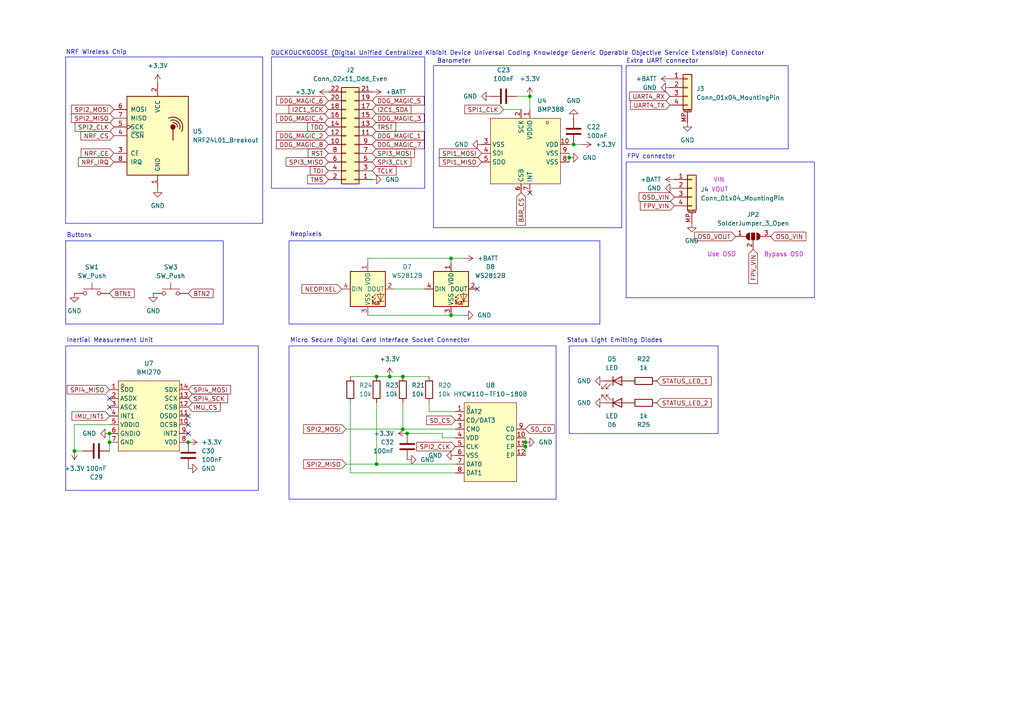
<source format=kicad_sch>
(kicad_sch (version 20250114) (generator "eeschema") (generator_version "9.0")
  (paper "A4")
  (lib_symbols
    (symbol "Connector_Generic:Conn_02x11_Odd_Even" (pin_names (offset 1.016) (hide yes))
      (property "Reference" "J" (at 1.27 15.24 0))
      (property "Value" "Conn_02x11_Odd_Even" (at 1.27 -15.24 0))
      (symbol "Conn_02x11_Odd_Even_1_1"
        (rectangle (start -1.27 13.97) (end 3.81 -13.97) (stroke (width 0.254)) (fill (type background)))
        (rectangle (start -1.27 12.827) (end 0 12.573) (stroke (width 0.1524)))
        (rectangle (start -1.27 10.287) (end 0 10.033) (stroke (width 0.1524)))
        (rectangle (start -1.27 7.747) (end 0 7.493) (stroke (width 0.1524)))
        (rectangle (start -1.27 5.207) (end 0 4.953) (stroke (width 0.1524)))
        (rectangle (start -1.27 2.667) (end 0 2.413) (stroke (width 0.1524)))
        (rectangle (start -1.27 0.127) (end 0 -0.127) (stroke (width 0.1524)))
        (rectangle (start -1.27 -2.413) (end 0 -2.667) (stroke (width 0.1524)))
        (rectangle (start -1.27 -4.953) (end 0 -5.207) (stroke (width 0.1524)))
        (rectangle (start -1.27 -7.493) (end 0 -7.747) (stroke (width 0.1524)))
        (rectangle (start -1.27 -10.033) (end 0 -10.287) (stroke (width 0.1524)))
        (rectangle (start -1.27 -12.573) (end 0 -12.827) (stroke (width 0.1524)))
        (rectangle (start 3.81 12.827) (end 2.54 12.573) (stroke (width 0.1524)))
        (rectangle (start 3.81 10.287) (end 2.54 10.033) (stroke (width 0.1524)))
        (rectangle (start 3.81 7.747) (end 2.54 7.493) (stroke (width 0.1524)))
        (rectangle (start 3.81 5.207) (end 2.54 4.953) (stroke (width 0.1524)))
        (rectangle (start 3.81 2.667) (end 2.54 2.413) (stroke (width 0.1524)))
        (rectangle (start 3.81 0.127) (end 2.54 -0.127) (stroke (width 0.1524)))
        (rectangle (start 3.81 -2.413) (end 2.54 -2.667) (stroke (width 0.1524)))
        (rectangle (start 3.81 -4.953) (end 2.54 -5.207) (stroke (width 0.1524)))
        (rectangle (start 3.81 -7.493) (end 2.54 -7.747) (stroke (width 0.1524)))
        (rectangle (start 3.81 -10.033) (end 2.54 -10.287) (stroke (width 0.1524)))
        (rectangle (start 3.81 -12.573) (end 2.54 -12.827) (stroke (width 0.1524)))
        (pin passive line (at -5.08 12.7 0) (length 3.81) (name "Pin_1") (number "1"))
        (pin passive line (at -5.08 10.16 0) (length 3.81) (name "Pin_3") (number "3"))
        (pin passive line (at -5.08 7.62 0) (length 3.81) (name "Pin_5") (number "5"))
        (pin passive line (at -5.08 5.08 0) (length 3.81) (name "Pin_7") (number "7"))
        (pin passive line (at -5.08 2.54 0) (length 3.81) (name "Pin_9") (number "9"))
        (pin passive line (at -5.08 0 0) (length 3.81) (name "Pin_11") (number "11"))
        (pin passive line (at -5.08 -2.54 0) (length 3.81) (name "Pin_13") (number "13"))
        (pin passive line (at -5.08 -5.08 0) (length 3.81) (name "Pin_15") (number "15"))
        (pin passive line (at -5.08 -7.62 0) (length 3.81) (name "Pin_17") (number "17"))
        (pin passive line (at -5.08 -10.16 0) (length 3.81) (name "Pin_19") (number "19"))
        (pin passive line (at -5.08 -12.7 0) (length 3.81) (name "Pin_21") (number "21"))
        (pin passive line (at 7.62 12.7 180) (length 3.81) (name "Pin_2") (number "2"))
        (pin passive line (at 7.62 10.16 180) (length 3.81) (name "Pin_4") (number "4"))
        (pin passive line (at 7.62 7.62 180) (length 3.81) (name "Pin_6") (number "6"))
        (pin passive line (at 7.62 5.08 180) (length 3.81) (name "Pin_8") (number "8"))
        (pin passive line (at 7.62 2.54 180) (length 3.81) (name "Pin_10") (number "10"))
        (pin passive line (at 7.62 0 180) (length 3.81) (name "Pin_12") (number "12"))
        (pin passive line (at 7.62 -2.54 180) (length 3.81) (name "Pin_14") (number "14"))
        (pin passive line (at 7.62 -5.08 180) (length 3.81) (name "Pin_16") (number "16"))
        (pin passive line (at 7.62 -7.62 180) (length 3.81) (name "Pin_18") (number "18"))
        (pin passive line (at 7.62 -10.16 180) (length 3.81) (name "Pin_20") (number "20"))
        (pin passive line (at 7.62 -12.7 180) (length 3.81) (name "Pin_22") (number "22"))
      )
    )
    (symbol "Connector_Generic_MountingPin:Conn_01x04_MountingPin" (pin_names (offset 1.016) (hide yes))
      (property "Reference" "J" (at 0 5.08 0))
      (property "Value" "Conn_01x04_MountingPin" (at 1.27 -7.62 0))
      (symbol "Conn_01x04_MountingPin_1_1"
        (rectangle (start -1.27 3.81) (end 1.27 -6.35) (stroke (width 0.254)) (fill (type background)))
        (rectangle (start -1.27 2.667) (end 0 2.413) (stroke (width 0.1524)))
        (rectangle (start -1.27 0.127) (end 0 -0.127) (stroke (width 0.1524)))
        (rectangle (start -1.27 -2.413) (end 0 -2.667) (stroke (width 0.1524)))
        (rectangle (start -1.27 -4.953) (end 0 -5.207) (stroke (width 0.1524)))
        (polyline (pts (xy -1.016 -7.112) (xy 1.016 -7.112)) (stroke (width 0.1524)))
        (text "Mounting" (at 0 -6.731 0) (effects (font (size 0.381 0.381))))
        (pin passive line (at -5.08 2.54 0) (length 3.81) (name "Pin_1") (number "1"))
        (pin passive line (at -5.08 0 0) (length 3.81) (name "Pin_2") (number "2"))
        (pin passive line (at -5.08 -2.54 0) (length 3.81) (name "Pin_3") (number "3"))
        (pin passive line (at -5.08 -5.08 0) (length 3.81) (name "Pin_4") (number "4"))
        (pin passive line (at 0 -10.16 90) (length 3.048) (name "MountPin") (number "MP"))
      )
    )
    (symbol "Device:C" (pin_numbers (hide yes)) (pin_names (offset 0.254))
      (property "Reference" "C" (at 0.635 2.54 0))
      (property "Value" "C" (at 0.635 -2.54 0))
      (symbol "C_0_1"
        (polyline (pts (xy -2.032 0.762) (xy 2.032 0.762)) (stroke (width 0.508)))
        (polyline (pts (xy -2.032 -0.762) (xy 2.032 -0.762)) (stroke (width 0.508)))
      )
      (symbol "C_1_1"
        (pin passive line (at 0 3.81 270) (length 2.794) (name "~") (number "1"))
        (pin passive line (at 0 -3.81 90) (length 2.794) (name "~") (number "2"))
      )
    )
    (symbol "Device:LED" (pin_numbers (hide yes)) (pin_names (offset 1.016) (hide yes))
      (property "Reference" "D" (at 0 2.54 0))
      (property "Value" "LED" (at 0 -2.54 0))
      (symbol "LED_0_1"
        (polyline (pts (xy -3.048 -0.762) (xy -4.572 -2.286) (xy -3.81 -2.286) (xy -4.572 -2.286) (xy -4.572 -1.524)))
        (polyline (pts (xy -1.778 -0.762) (xy -3.302 -2.286) (xy -2.54 -2.286) (xy -3.302 -2.286) (xy -3.302 -1.524)))
        (polyline (pts (xy -1.27 0) (xy 1.27 0)))
        (polyline (pts (xy -1.27 -1.27) (xy -1.27 1.27)) (stroke (width 0.254)))
        (polyline (pts (xy 1.27 -1.27) (xy 1.27 1.27) (xy -1.27 0) (xy 1.27 -1.27)) (stroke (width 0.254)))
      )
      (symbol "LED_1_1"
        (pin passive line (at -3.81 0 0) (length 2.54) (name "K") (number "1"))
        (pin passive line (at 3.81 0 180) (length 2.54) (name "A") (number "2"))
      )
    )
    (symbol "Device:R" (pin_numbers (hide yes)) (pin_names (offset 0))
      (property "Reference" "R" (at 2.032 0 90))
      (property "Value" "R" (at 0 0 90))
      (symbol "R_0_1"
        (rectangle (start -1.016 -2.54) (end 1.016 2.54) (stroke (width 0.254)))
      )
      (symbol "R_1_1"
        (pin passive line (at 0 3.81 270) (length 1.27) (name "~") (number "1"))
        (pin passive line (at 0 -3.81 90) (length 1.27) (name "~") (number "2"))
      )
    )
    (symbol "Jumper:SolderJumper_3_Open" (pin_names (offset 0) (hide yes)) (in_bom no)
      (property "Reference" "JP" (at -2.54 -2.54 0))
      (property "Value" "SolderJumper_3_Open" (at 0 2.794 0))
      (symbol "SolderJumper_3_Open_0_1"
        (polyline (pts (xy -2.54 0) (xy -2.032 0)))
        (polyline (pts (xy -1.016 1.016) (xy -1.016 -1.016)))
        (arc (start -1.016 -1.016) (mid -2.0276 0) (end -1.016 1.016))
        (arc (start -1.016 -1.016) (mid -2.0276 0) (end -1.016 1.016) (fill (type outline)))
        (rectangle (start -0.508 1.016) (end 0.508 -1.016) (fill (type outline)))
        (polyline (pts (xy 0 -1.27) (xy 0 -1.016)))
        (arc (start 1.016 1.016) (mid 2.0276 0) (end 1.016 -1.016))
        (arc (start 1.016 1.016) (mid 2.0276 0) (end 1.016 -1.016) (fill (type outline)))
        (polyline (pts (xy 1.016 1.016) (xy 1.016 -1.016)))
        (polyline (pts (xy 2.54 0) (xy 2.032 0)))
      )
      (symbol "SolderJumper_3_Open_1_1"
        (pin passive line (at -5.08 0 0) (length 2.54) (name "A") (number "1"))
        (pin passive line (at 0 -3.81 90) (length 2.54) (name "C") (number "2"))
        (pin passive line (at 5.08 0 180) (length 2.54) (name "B") (number "3"))
      )
    )
    (symbol "LED:WS2812B" (pin_names (offset 0.254))
      (property "Reference" "D" (at 5.08 5.715 0))
      (property "Value" "WS2812B" (at 1.27 -5.715 0))
      (symbol "WS2812B_0_0"
        (text "RGB" (at 2.286 -4.191 0) (effects (font (size 0.762 0.762))))
      )
      (symbol "WS2812B_0_1"
        (polyline (pts (xy 1.27 -2.54) (xy 1.778 -2.54)))
        (polyline (pts (xy 1.27 -3.556) (xy 1.778 -3.556)))
        (polyline (pts (xy 2.286 -1.524) (xy 1.27 -2.54) (xy 1.27 -2.032)))
        (polyline (pts (xy 2.286 -2.54) (xy 1.27 -3.556) (xy 1.27 -3.048)))
        (polyline (pts (xy 3.683 -1.016) (xy 3.683 -3.556) (xy 3.683 -4.064)))
        (polyline (pts (xy 4.699 -1.524) (xy 2.667 -1.524) (xy 3.683 -3.556) (xy 4.699 -1.524)))
        (polyline (pts (xy 4.699 -3.556) (xy 2.667 -3.556)))
        (rectangle (start 5.08 5.08) (end -5.08 -5.08) (stroke (width 0.254)) (fill (type background)))
      )
      (symbol "WS2812B_1_1"
        (pin input line (at -7.62 0 0) (length 2.54) (name "DIN") (number "4"))
        (pin power_in line (at 0 7.62 270) (length 2.54) (name "VDD") (number "1"))
        (pin power_in line (at 0 -7.62 90) (length 2.54) (name "VSS") (number "3"))
        (pin output line (at 7.62 0 180) (length 2.54) (name "DOUT") (number "2"))
      )
    )
    (symbol "RF:NRF24L01_Breakout" (pin_names (offset 1.016))
      (property "Reference" "U" (at -8.89 12.7 0))
      (property "Value" "NRF24L01_Breakout" (at 3.81 12.7 0))
      (symbol "NRF24L01_Breakout_0_1"
        (rectangle (start -8.89 11.43) (end 8.89 -11.43) (stroke (width 0.254)) (fill (type background)))
        (arc (start 3.175 5.08) (mid 6.453 4.548) (end 6.985 1.27) (stroke (width 0.254)))
        (circle (center 4.445 2.54) (radius 0.635) (stroke (width 0.254)) (fill (type outline)))
        (polyline (pts (xy 4.445 1.905) (xy 4.445 -1.27)) (stroke (width 0.254)))
        (arc (start 3.81 4.445) (mid 5.8835 3.9785) (end 6.35 1.905) (stroke (width 0.254)))
        (arc (start 4.445 3.81) (mid 5.3558 3.4508) (end 5.715 2.54) (stroke (width 0.254)))
      )
      (symbol "NRF24L01_Breakout_1_1"
        (pin input line (at -12.7 7.62 0) (length 3.81) (name "MOSI") (number "6"))
        (pin output line (at -12.7 5.08 0) (length 3.81) (name "MISO") (number "7"))
        (pin input clock (at -12.7 2.54 0) (length 3.81) (name "SCK") (number "5"))
        (pin input line (at -12.7 0 0) (length 3.81) (name "~{CSN}") (number "4"))
        (pin input line (at -12.7 -5.08 0) (length 3.81) (name "CE") (number "3"))
        (pin output line (at -12.7 -7.62 0) (length 3.81) (name "IRQ") (number "8"))
        (pin power_in line (at 0 15.24 270) (length 3.81) (name "VCC") (number "2"))
        (pin power_in line (at 0 -15.24 90) (length 3.81) (name "GND") (number "1"))
      )
    )
    (symbol "Switch:SW_Push" (pin_numbers (hide yes)) (pin_names (offset 1.016) (hide yes))
      (property "Reference" "SW" (at 1.27 2.54 0))
      (property "Value" "SW_Push" (at 0 -1.524 0))
      (symbol "SW_Push_0_1"
        (circle (center -2.032 0) (radius 0.508))
        (polyline (pts (xy 0 1.27) (xy 0 3.048)))
        (circle (center 2.032 0) (radius 0.508))
        (polyline (pts (xy 2.54 1.27) (xy -2.54 1.27)))
        (pin passive line (at -5.08 0 0) (length 2.54) (name "1") (number "1"))
        (pin passive line (at 5.08 0 180) (length 2.54) (name "2") (number "2"))
      )
    )
    (symbol "lcsc:BMI270"
      (property "Reference" "U" (at 0 12.7 0))
      (property "Value" "BMI270" (at 0 -12.7 0))
      (symbol "BMI270_0_1"
        (rectangle (start -8.89 10.16) (end 8.89 -10.16) (fill (type background)))
        (circle (center -7.62 8.89) (radius 0.38))
        (pin unspecified line (at -11.43 7.62 0) (length 2.54) (name "SDO") (number "1"))
        (pin unspecified line (at -11.43 5.08 0) (length 2.54) (name "ASDX") (number "2"))
        (pin unspecified line (at -11.43 2.54 0) (length 2.54) (name "ASCX") (number "3"))
        (pin unspecified line (at -11.43 0 0) (length 2.54) (name "INT1") (number "4"))
        (pin unspecified line (at -11.43 -2.54 0) (length 2.54) (name "VDDIO") (number "5"))
        (pin unspecified line (at -11.43 -5.08 0) (length 2.54) (name "GNDIO") (number "6"))
        (pin unspecified line (at -11.43 -7.62 0) (length 2.54) (name "GND") (number "7"))
        (pin unspecified line (at 11.43 7.62 180) (length 2.54) (name "SDX") (number "14"))
        (pin unspecified line (at 11.43 5.08 180) (length 2.54) (name "SCX") (number "13"))
        (pin unspecified line (at 11.43 2.54 180) (length 2.54) (name "CSB") (number "12"))
        (pin unspecified line (at 11.43 0 180) (length 2.54) (name "OSDO") (number "11"))
        (pin unspecified line (at 11.43 -2.54 180) (length 2.54) (name "OCSB") (number "10"))
        (pin unspecified line (at 11.43 -5.08 180) (length 2.54) (name "INT2") (number "9"))
        (pin unspecified line (at 11.43 -7.62 180) (length 2.54) (name "VDD") (number "8"))
      )
    )
    (symbol "lcsc:BMP388"
      (property "Reference" "U" (at 0 16.51 0))
      (property "Value" "BMP388" (at 0 -17.78 0))
      (symbol "BMP388_0_1"
        (rectangle (start -8.89 8.89) (end 11.43 -10.16) (fill (type background)))
        (circle (center 7.62 7.62) (radius 0.38))
        (pin unspecified line (at -11.43 1.27 0) (length 2.54) (name "VSS") (number "3"))
        (pin unspecified line (at -11.43 -1.27 0) (length 2.54) (name "SDI") (number "4"))
        (pin unspecified line (at -11.43 -3.81 0) (length 2.54) (name "SDO") (number "5"))
        (pin unspecified line (at 0 11.43 270) (length 2.54) (name "SCK") (number "2"))
        (pin unspecified line (at 0 -12.7 90) (length 2.54) (name "CSB") (number "6"))
        (pin unspecified line (at 2.54 11.43 270) (length 2.54) (name "VDDIO") (number "1"))
        (pin unspecified line (at 2.54 -12.7 90) (length 2.54) (name "INT") (number "7"))
        (pin unspecified line (at 13.97 1.27 180) (length 2.54) (name "VDD") (number "10"))
        (pin unspecified line (at 13.97 -1.27 180) (length 2.54) (name "VSS") (number "9"))
        (pin unspecified line (at 13.97 -3.81 180) (length 2.54) (name "VSS") (number "8"))
      )
    )
    (symbol "lcsc:HYCW110-TF10-180B"
      (property "Reference" "U" (at 0 13.97 0))
      (property "Value" "HYCW110-TF10-180B" (at 0 -13.97 0))
      (symbol "HYCW110-TF10-180B_0_1"
        (rectangle (start -7.62 11.43) (end 7.62 -11.43) (fill (type background)))
        (circle (center -6.35 10.16) (radius 0.38))
        (pin unspecified line (at -10.16 8.89 0) (length 2.54) (name "DAT2") (number "1"))
        (pin unspecified line (at -10.16 6.35 0) (length 2.54) (name "CD/DAT3") (number "2"))
        (pin unspecified line (at -10.16 3.81 0) (length 2.54) (name "CMD") (number "3"))
        (pin unspecified line (at -10.16 1.27 0) (length 2.54) (name "VDD") (number "4"))
        (pin unspecified line (at -10.16 -1.27 0) (length 2.54) (name "CLK") (number "5"))
        (pin unspecified line (at -10.16 -3.81 0) (length 2.54) (name "VSS") (number "6"))
        (pin unspecified line (at -10.16 -6.35 0) (length 2.54) (name "DAT0") (number "7"))
        (pin unspecified line (at -10.16 -8.89 0) (length 2.54) (name "DAT1") (number "8"))
        (pin unspecified line (at 10.16 3.81 180) (length 2.54) (name "CD") (number "9"))
        (pin unspecified line (at 10.16 1.27 180) (length 2.54) (name "CD") (number "10"))
        (pin unspecified line (at 10.16 -1.27 180) (length 2.54) (name "EP") (number "11"))
        (pin unspecified line (at 10.16 -3.81 180) (length 2.54) (name "EP") (number "12"))
      )
    )
    (symbol "power:+3.3V" (power) (pin_numbers (hide yes)) (pin_names (offset 0) (hide yes))
      (property "Value" "+3.3V" (at 0 3.556 0))
      (symbol "+3.3V_0_1"
        (polyline (pts (xy -0.762 1.27) (xy 0 2.54)))
        (polyline (pts (xy 0 2.54) (xy 0.762 1.27)))
        (polyline (pts (xy 0 0) (xy 0 2.54)))
      )
      (symbol "+3.3V_1_1"
        (pin power_in line (at 0 0 90) (length 0) (name "~") (number "1"))
      )
    )
    (symbol "power:+BATT" (power) (pin_numbers (hide yes)) (pin_names (offset 0) (hide yes))
      (property "Value" "+BATT" (at 0 3.556 0))
      (symbol "+BATT_0_1"
        (polyline (pts (xy -0.762 1.27) (xy 0 2.54)))
        (polyline (pts (xy 0 2.54) (xy 0.762 1.27)))
        (polyline (pts (xy 0 0) (xy 0 2.54)))
      )
      (symbol "+BATT_1_1"
        (pin power_in line (at 0 0 90) (length 0) (name "~") (number "1"))
      )
    )
    (symbol "power:GND" (power) (pin_numbers (hide yes)) (pin_names (offset 0) (hide yes))
      (property "Value" "GND" (at 0 -3.81 0))
      (symbol "GND_0_1"
        (polyline (pts (xy 0 0) (xy 0 -1.27) (xy 1.27 -1.27) (xy 0 -2.54) (xy -1.27 -1.27) (xy 0 -1.27)))
      )
      (symbol "GND_1_1"
        (pin power_in line (at 0 0 270) (length 0) (name "~") (number "1"))
      )
    )
  )
  (rectangle (start 83.82 100.33) (end 161.29 144.78))
  (rectangle (start 181.61 19.05) (end 228.6 43.18))
  (rectangle (start 83.82 69.85) (end 173.99 93.98))
  (rectangle (start 165.1 100.33) (end 208.28 125.73))
  (rectangle (start 125.73 19.05) (end 180.34 66.04))
  (rectangle (start 19.05 100.33) (end 74.93 142.24))
  (rectangle (start 19.05 69.85) (end 64.77 93.98))
  (rectangle (start 19.05 16.51) (end 76.2 64.77))
  (rectangle (start 181.61 46.99) (end 236.22 86.36))
  (rectangle (start 78.74 16.51) (end 123.19 54.61))
  (text "Buttons" (at 19.304 68.326 0) (effects (font (size 1.27 1.27)) (justify left)))
  (text "FPV connector" (at 181.864 45.466 0) (effects (font (size 1.27 1.27)) (justify left)))
  (text "Neopixels" (at 84.074 68.072 0) (effects (font (size 1.27 1.27)) (justify left)))
  (text "Extra UART connector" (at 181.61 17.78 0) (effects (font (size 1.27 1.27)) (justify left)))
  (text "DUCKDUCKGOOSE (Digital Unified Centralized Kibibit Device Universal Coding Knowledge Generic Operable Objective Service Extensible) Connector" (at 150.114 15.494 0) (effects (font (size 1.27 1.27))))
  (text "Barometer" (at 126.746 17.78 0) (effects (font (size 1.27 1.27)) (justify left)))
  (text "Use OSD" (at 209.296 73.914 0) (effects (font (size 1.27 1.27))))
  (text "NRF Wireless Chip" (at 27.94 15.24 0) (effects (font (size 1.27 1.27))))
  (text "Status Light Emitting Diodes" (at 178.308 98.806 0) (effects (font (size 1.27 1.27))))
  (text "VOUT" (at 208.788 55.118 0) (effects (font (size 1.27 1.27))))
  (text "Bypass OSD" (at 227.33 73.914 0) (effects (font (size 1.27 1.27))))
  (text "Micro Secure Digital Card Interface Socket Connector" (at 110.236 98.806 0) (effects (font (size 1.27 1.27))))
  (text "Inertial Measurement Unit" (at 19.304 98.806 0) (effects (font (size 1.27 1.27)) (justify left)))
  (text "VIN" (at 208.534 52.324 0) (effects (font (size 1.27 1.27))))
  (junction (at 116.84 109.22))
  (junction (at 130.81 91.44))
  (junction (at 21.59 130.81))
  (junction (at 152.4 128.27))
  (junction (at 130.81 74.93))
  (junction (at 152.4 129.54))
  (junction (at 166.37 41.91))
  (junction (at 165.1 45.72))
  (junction (at 116.84 124.46))
  (junction (at 31.75 125.73))
  (junction (at 31.75 128.27))
  (junction (at 153.67 27.94))
  (junction (at 118.11 125.73))
  (junction (at 109.22 134.62))
  (junction (at 54.61 128.27))
  (junction (at 113.03 109.22))
  (junction (at 109.22 109.22))
  (no_connect (at 54.61 123.19))
  (no_connect (at 54.61 120.65))
  (no_connect (at 31.75 115.57))
  (no_connect (at 31.75 118.11))
  (no_connect (at 54.61 125.73))
  (no_connect (at 138.43 83.82))
  (no_connect (at 153.67 55.88))
  (wire (pts (xy 165.1 45.72) (xy 165.1 46.99)))
  (wire (pts (xy 146.05 31.75) (xy 151.13 31.75)))
  (wire (pts (xy 153.67 27.94) (xy 153.67 31.75)))
  (wire (pts (xy 152.4 129.54) (xy 152.4 132.08)))
  (wire (pts (xy 130.81 74.93) (xy 106.68 74.93)))
  (wire (pts (xy 166.37 41.91) (xy 168.91 41.91)))
  (wire (pts (xy 124.46 119.38) (xy 132.08 119.38)))
  (wire (pts (xy 152.4 127) (xy 152.4 128.27)))
  (wire (pts (xy 101.6 109.22) (xy 109.22 109.22)))
  (wire (pts (xy 118.11 125.73) (xy 128.27 125.73)))
  (wire (pts (xy 128.27 125.73) (xy 128.27 127)))
  (wire (pts (xy 109.22 109.22) (xy 113.03 109.22)))
  (wire (pts (xy 134.62 74.93) (xy 130.81 74.93)))
  (wire (pts (xy 101.6 137.16) (xy 101.6 116.84)))
  (wire (pts (xy 130.81 74.93) (xy 130.81 76.2)))
  (wire (pts (xy 113.03 109.22) (xy 116.84 109.22)))
  (wire (pts (xy 31.75 130.81) (xy 31.75 128.27)))
  (wire (pts (xy 100.33 124.46) (xy 116.84 124.46)))
  (wire (pts (xy 101.6 137.16) (xy 132.08 137.16)))
  (wire (pts (xy 21.59 130.81) (xy 24.13 130.81)))
  (wire (pts (xy 109.22 134.62) (xy 132.08 134.62)))
  (wire (pts (xy 165.1 41.91) (xy 166.37 41.91)))
  (wire (pts (xy 106.68 74.93) (xy 106.68 76.2)))
  (wire (pts (xy 21.59 123.19) (xy 21.59 130.81)))
  (wire (pts (xy 106.68 91.44) (xy 130.81 91.44)))
  (wire (pts (xy 114.3 83.82) (xy 123.19 83.82)))
  (wire (pts (xy 21.59 123.19) (xy 31.75 123.19)))
  (wire (pts (xy 128.27 127) (xy 132.08 127)))
  (wire (pts (xy 109.22 134.62) (xy 109.22 116.84)))
  (wire (pts (xy 116.84 109.22) (xy 124.46 109.22)))
  (wire (pts (xy 116.84 116.84) (xy 116.84 124.46)))
  (wire (pts (xy 31.75 128.27) (xy 31.75 125.73)))
  (wire (pts (xy 152.4 128.27) (xy 152.4 129.54)))
  (wire (pts (xy 116.84 124.46) (xy 132.08 124.46)))
  (wire (pts (xy 165.1 44.45) (xy 165.1 45.72)))
  (wire (pts (xy 130.81 91.44) (xy 134.62 91.44)))
  (wire (pts (xy 100.33 134.62) (xy 109.22 134.62)))
  (wire (pts (xy 124.46 116.84) (xy 124.46 119.38)))
  (wire (pts (xy 149.86 27.94) (xy 153.67 27.94)))
  (global_label "DDG_MAGIC_5" (shape input) (at 107.95 29.21 0) (property "Intersheetrefs" "${INTERSHEET_REFS}" (effects (hide yes))))
  (global_label "I2C1_SCK" (shape input) (at 95.25 31.75 180) (property "Intersheetrefs" "${INTERSHEET_REFS}" (effects (hide yes))))
  (global_label "TDO" (shape input) (at 95.25 36.83 180) (property "Intersheetrefs" "${INTERSHEET_REFS}" (effects (hide yes))))
  (global_label "SPI3_MOSI" (shape input) (at 107.95 44.45 0) (property "Intersheetrefs" "${INTERSHEET_REFS}" (effects (hide yes))))
  (global_label "SPI3_MISO" (shape input) (at 95.25 46.99 180) (property "Intersheetrefs" "${INTERSHEET_REFS}" (effects (hide yes))))
  (global_label "SPI2_MISO" (shape input) (at 100.33 134.62 180) (property "Intersheetrefs" "${INTERSHEET_REFS}" (effects (hide yes))))
  (global_label "UART4_RX" (shape input) (at 194.31 27.94 180) (property "Intersheetrefs" "${INTERSHEET_REFS}" (effects (hide yes))))
  (global_label "SPI1_CLK" (shape input) (at 146.05 31.75 180) (property "Intersheetrefs" "${INTERSHEET_REFS}" (effects (hide yes))))
  (global_label "I2C1_SDA" (shape input) (at 107.95 31.75 0) (property "Intersheetrefs" "${INTERSHEET_REFS}" (effects (hide yes))))
  (global_label "NRF_CE" (shape input) (at 33.02 44.45 180) (property "Intersheetrefs" "${INTERSHEET_REFS}" (effects (hide yes))))
  (global_label "SPI2_MOSI" (shape input) (at 33.02 31.75 180) (property "Intersheetrefs" "${INTERSHEET_REFS}" (effects (hide yes))))
  (global_label "SPI4_MOSI" (shape input) (at 54.61 113.03 0) (property "Intersheetrefs" "${INTERSHEET_REFS}" (effects (hide yes))))
  (global_label "SD_CS" (shape input) (at 132.08 121.92 180) (property "Intersheetrefs" "${INTERSHEET_REFS}" (effects (hide yes))))
  (global_label "TDI" (shape input) (at 95.25 49.53 180) (property "Intersheetrefs" "${INTERSHEET_REFS}" (effects (hide yes))))
  (global_label "OSD_VIN" (shape input) (at 195.58 57.15 180) (property "Intersheetrefs" "${INTERSHEET_REFS}" (effects (hide yes))))
  (global_label "SPI1_MISO" (shape input) (at 139.7 46.99 180) (property "Intersheetrefs" "${INTERSHEET_REFS}" (effects (hide yes))))
  (global_label "IMU_INT1" (shape input) (at 31.75 120.65 180) (property "Intersheetrefs" "${INTERSHEET_REFS}" (effects (hide yes))))
  (global_label "DDG_MAGIC_2" (shape input) (at 95.25 39.37 180) (property "Intersheetrefs" "${INTERSHEET_REFS}" (effects (hide yes))))
  (global_label "TCLK" (shape input) (at 107.95 49.53 0) (property "Intersheetrefs" "${INTERSHEET_REFS}" (effects (hide yes))))
  (global_label "STATUS_LED_1" (shape input) (at 190.5 110.49 0) (property "Intersheetrefs" "${INTERSHEET_REFS}" (effects (hide yes))))
  (global_label "BAR_CS" (shape input) (at 151.13 55.88 270) (property "Intersheetrefs" "${INTERSHEET_REFS}" (effects (hide yes))))
  (global_label "RST" (shape input) (at 95.25 44.45 180) (property "Intersheetrefs" "${INTERSHEET_REFS}" (effects (hide yes))))
  (global_label "NEOPIXEL" (shape input) (at 99.06 83.82 180) (property "Intersheetrefs" "${INTERSHEET_REFS}" (effects (hide yes))))
  (global_label "NRF_IRQ" (shape input) (at 33.02 46.99 180) (property "Intersheetrefs" "${INTERSHEET_REFS}" (effects (hide yes))))
  (global_label "SD_CD" (shape input) (at 152.4 124.46 0) (property "Intersheetrefs" "${INTERSHEET_REFS}" (effects (hide yes))))
  (global_label "BTN2" (shape input) (at 54.61 85.09 0) (property "Intersheetrefs" "${INTERSHEET_REFS}" (effects (hide yes))))
  (global_label "SPI4_SCK" (shape input) (at 54.61 115.57 0) (property "Intersheetrefs" "${INTERSHEET_REFS}" (effects (hide yes))))
  (global_label "DDG_MAGIC_3" (shape input) (at 107.95 34.29 0) (property "Intersheetrefs" "${INTERSHEET_REFS}" (effects (hide yes))))
  (global_label "BTN1" (shape input) (at 31.75 85.09 0) (property "Intersheetrefs" "${INTERSHEET_REFS}" (effects (hide yes))))
  (global_label "SPI2_CLK" (shape input) (at 132.08 129.54 180) (property "Intersheetrefs" "${INTERSHEET_REFS}" (effects (hide yes))))
  (global_label "TRST" (shape input) (at 107.95 36.83 0) (property "Intersheetrefs" "${INTERSHEET_REFS}" (effects (hide yes))))
  (global_label "DDG_MAGIC_6" (shape input) (at 95.25 29.21 180) (property "Intersheetrefs" "${INTERSHEET_REFS}" (effects (hide yes))))
  (global_label "STATUS_LED_2" (shape input) (at 190.5 116.84 0) (property "Intersheetrefs" "${INTERSHEET_REFS}" (effects (hide yes))))
  (global_label "DDG_MAGIC_4" (shape input) (at 95.25 34.29 180) (property "Intersheetrefs" "${INTERSHEET_REFS}" (effects (hide yes))))
  (global_label "DDG_MAGIC_1" (shape input) (at 107.95 39.37 0) (property "Intersheetrefs" "${INTERSHEET_REFS}" (effects (hide yes))))
  (global_label "SPI2_CLK" (shape input) (at 33.02 36.83 180) (property "Intersheetrefs" "${INTERSHEET_REFS}" (effects (hide yes))))
  (global_label "SPI2_MISO" (shape input) (at 33.02 34.29 180) (property "Intersheetrefs" "${INTERSHEET_REFS}" (effects (hide yes))))
  (global_label "SPI4_MISO" (shape input) (at 31.75 113.03 180) (property "Intersheetrefs" "${INTERSHEET_REFS}" (effects (hide yes))))
  (global_label "SPI2_MOSI" (shape input) (at 100.33 124.46 180) (property "Intersheetrefs" "${INTERSHEET_REFS}" (effects (hide yes))))
  (global_label "IMU_CS" (shape input) (at 54.61 118.11 0) (property "Intersheetrefs" "${INTERSHEET_REFS}" (effects (hide yes))))
  (global_label "UART4_TX" (shape input) (at 194.31 30.48 180) (property "Intersheetrefs" "${INTERSHEET_REFS}" (effects (hide yes))))
  (global_label "OSD_VIN" (shape input) (at 223.52 68.58 0) (property "Intersheetrefs" "${INTERSHEET_REFS}" (effects (hide yes))))
  (global_label "FPV_VIN" (shape input) (at 218.44 72.39 270) (property "Intersheetrefs" "${INTERSHEET_REFS}" (effects (hide yes))))
  (global_label "NRF_CS" (shape input) (at 33.02 39.37 180) (property "Intersheetrefs" "${INTERSHEET_REFS}" (effects (hide yes))))
  (global_label "SPI1_MOSI" (shape input) (at 139.7 44.45 180) (property "Intersheetrefs" "${INTERSHEET_REFS}" (effects (hide yes))))
  (global_label "OSD_VOUT" (shape input) (at 213.36 68.58 180) (property "Intersheetrefs" "${INTERSHEET_REFS}" (effects (hide yes))))
  (global_label "DDG_MAGIC_7" (shape input) (at 107.95 41.91 0) (property "Intersheetrefs" "${INTERSHEET_REFS}" (effects (hide yes))))
  (global_label "FPV_VIN" (shape input) (at 195.58 59.69 180) (property "Intersheetrefs" "${INTERSHEET_REFS}" (effects (hide yes))))
  (global_label "DDG_MAGIC_8" (shape input) (at 95.25 41.91 180) (property "Intersheetrefs" "${INTERSHEET_REFS}" (effects (hide yes))))
  (global_label "SPI3_CLK" (shape input) (at 107.95 46.99 0) (property "Intersheetrefs" "${INTERSHEET_REFS}" (effects (hide yes))))
  (global_label "TMS" (shape input) (at 95.25 52.07 180) (property "Intersheetrefs" "${INTERSHEET_REFS}" (effects (hide yes))))
  (symbol (lib_id "lcsc:HYCW110-TF10-180B") (at 142.24 128.27 0) (unit 1)
    (property "Reference" "U8" (at 142.24 111.76 0))
    (property "Value" "HYCW110-TF10-180B" (at 142.24 114.3 0))
    (property "Footprint" "lcsc:SIM-SMD_HYCW110-TF10-180B" (effects (hide yes)))
    (property "LCSC Part" "C2962030" (effects (hide yes)))
  )
  (symbol (lib_id "Device:R") (at 186.69 116.84 90) (mirror x) (unit 1)
    (property "Reference" "R25" (at 186.69 123.19 90))
    (property "Value" "1k" (at 186.69 120.65 90))
    (property "Footprint" "Resistor_SMD:R_0805_2012Metric" (effects (hide yes)))
    (property "Description" "Resistor" (effects (hide yes)))
  )
  (symbol (lib_id "lcsc:BMI270") (at 43.18 120.65 0) (unit 1)
    (property "Reference" "U7" (at 43.18 105.41 0))
    (property "Value" "BMI270" (at 43.18 107.95 0))
    (property "Footprint" "Package_LGA:Bosch_LGA-14_3x2.5mm_P0.5mm" (effects (hide yes)))
    (property "LCSC Part" "C2836813" (effects (hide yes)))
  )
  (symbol (lib_id "Connector_Generic:Conn_02x11_Odd_Even") (at 102.87 39.37 180) (unit 1)
    (property "Reference" "J2" (at 101.6 20.32 0))
    (property "Value" "Conn_02x11_Odd_Even" (at 101.6 22.86 0))
    (property "Footprint" "Connector_PinHeader_2.54mm:PinHeader_2x11_P2.54mm_Vertical" (effects (hide yes)))
    (property "Description" "Generic connector, double row, 02x11, odd/even pin numbering scheme (row 1 odd numbers, row 2 even numbers), script generated (kicad-library-utils/schlib/autogen/connector/)" (effects (hide yes)))
  )
  (symbol (lib_id "Device:R") (at 101.6 113.03 0) (unit 1)
    (property "Reference" "R24" (at 104.14 111.7599 0) (effects (justify left)))
    (property "Value" "10k" (at 104.14 114.2999 0) (effects (justify left)))
    (property "Footprint" "Resistor_SMD:R_0805_2012Metric_Pad1.20x1.40mm_HandSolder" (effects (hide yes)))
    (property "Description" "Resistor" (effects (hide yes)))
  )
  (symbol (lib_id "Device:R") (at 124.46 113.03 0) (unit 1)
    (property "Reference" "R20" (at 127 111.7599 0) (effects (justify left)))
    (property "Value" "10k" (at 127 114.2999 0) (effects (justify left)))
    (property "Footprint" "Resistor_SMD:R_0805_2012Metric_Pad1.20x1.40mm_HandSolder" (effects (hide yes)))
    (property "Description" "Resistor" (effects (hide yes)))
  )
  (symbol (lib_id "LED:WS2812B") (at 130.81 83.82 0) (unit 1)
    (property "Reference" "D8" (at 142.24 77.3998 0))
    (property "Value" "WS2812B" (at 142.24 79.9398 0))
    (property "Footprint" "LED_SMD:LED_WS2812B_PLCC4_5.0x5.0mm_P3.2mm" (effects (hide yes)))
    (property "Datasheet" "https://cdn-shop.adafruit.com/datasheets/WS2812B.pdf" (effects (hide yes)))
    (property "Description" "RGB LED with integrated controller" (effects (hide yes)))
  )
  (symbol (lib_id "power:+3.3V") (at 113.03 109.22 0) (unit 1)
    (property "Reference" "#PWR073" (effects (hide yes)))
    (property "Value" "+3.3V" (at 113.03 104.14 0))
    (property "Description" "Power symbol creates a global label with name \"+3.3V\"" (effects (hide yes)))
  )
  (symbol (lib_id "power:GND") (at 21.59 85.09 0) (unit 1)
    (property "Reference" "#PWR042" (effects (hide yes)))
    (property "Value" "GND" (at 21.59 90.17 0))
    (property "Description" "Power symbol creates a global label with name \"GND\" , ground" (effects (hide yes)))
  )
  (symbol (lib_id "Switch:SW_Push") (at 26.67 85.09 0) (unit 1)
    (property "Reference" "SW1" (at 26.67 77.47 0))
    (property "Value" "SW_Push" (at 26.67 80.01 0))
    (property "Footprint" "lcsc:SW-SMD_L4.0-W2.9-LS5.0" (effects (hide yes)))
    (property "Description" "Push button switch, generic, two pins" (effects (hide yes)))
  )
  (symbol (lib_id "power:GND") (at 175.26 110.49 270) (unit 1)
    (property "Reference" "#PWR082" (effects (hide yes)))
    (property "Value" "GND" (at 171.45 110.4899 90) (effects (justify right)))
    (property "Description" "Power symbol creates a global label with name \"GND\" , ground" (effects (hide yes)))
  )
  (symbol (lib_id "power:GND") (at 175.26 116.84 270) (mirror x) (unit 1)
    (property "Reference" "#PWR083" (effects (hide yes)))
    (property "Value" "GND" (at 171.45 116.8401 90) (effects (justify right)))
    (property "Description" "Power symbol creates a global label with name \"GND\" , ground" (effects (hide yes)))
  )
  (symbol (lib_id "Connector_Generic_MountingPin:Conn_01x04_MountingPin") (at 200.66 54.61 0) (unit 1)
    (property "Reference" "J4" (at 203.2 54.9655 0) (effects (justify left)))
    (property "Value" "Conn_01x04_MountingPin" (at 203.2 57.5055 0) (effects (justify left)))
    (property "Footprint" "Connector_JST:JST_SH_BM04B-SRSS-TB_1x04-1MP_P1.00mm_Vertical" (effects (hide yes)))
    (property "Description" "Generic connectable mounting pin connector, single row, 01x04, script generated (kicad-library-utils/schlib/autogen/connector/)" (effects (hide yes)))
  )
  (symbol (lib_id "power:GND") (at 166.37 34.29 180) (unit 1)
    (property "Reference" "#PWR046" (effects (hide yes)))
    (property "Value" "GND" (at 166.37 29.21 0))
    (property "Description" "Power symbol creates a global label with name \"GND\" , ground" (effects (hide yes)))
  )
  (symbol (lib_id "power:GND") (at 54.61 135.89 90) (unit 1)
    (property "Reference" "#PWR071" (effects (hide yes)))
    (property "Value" "GND" (at 58.42 135.8899 90) (effects (justify right)))
    (property "Description" "Power symbol creates a global label with name \"GND\" , ground" (effects (hide yes)))
  )
  (symbol (lib_id "power:GND") (at 142.24 27.94 270) (unit 1)
    (property "Reference" "#PWR049" (effects (hide yes)))
    (property "Value" "GND" (at 138.43 27.9399 90) (effects (justify right)))
    (property "Description" "Power symbol creates a global label with name \"GND\" , ground" (effects (hide yes)))
  )
  (symbol (lib_id "Device:C") (at 54.61 132.08 0) (unit 1)
    (property "Reference" "C30" (at 58.42 130.8099 0) (effects (justify left)))
    (property "Value" "100nF" (at 58.42 133.3499 0) (effects (justify left)))
    (property "Footprint" "Capacitor_SMD:C_0805_2012Metric_Pad1.18x1.45mm_HandSolder" (effects (hide yes)))
    (property "Description" "Unpolarized capacitor" (effects (hide yes)))
  )
  (symbol (lib_id "Device:LED") (at 179.07 116.84 0) (mirror x) (unit 1)
    (property "Reference" "D6" (at 177.4825 123.19 0))
    (property "Value" "LED" (at 177.4825 120.65 0))
    (property "Footprint" "LED_SMD:LED_0805_2012Metric" (effects (hide yes)))
    (property "Description" "Light emitting diode" (effects (hide yes)))
    (property "Sim.Pins" "1=K 2=A" (effects (hide yes)))
  )
  (symbol (lib_id "power:+3.3V") (at 153.67 27.94 0) (mirror y) (unit 1)
    (property "Reference" "#PWR048" (effects (hide yes)))
    (property "Value" "+3.3V" (at 153.67 22.86 0))
    (property "Description" "Power symbol creates a global label with name \"+3.3V\"" (effects (hide yes)))
  )
  (symbol (lib_id "power:+3.3V") (at 95.25 26.67 90) (unit 1)
    (property "Reference" "#PWR061" (effects (hide yes)))
    (property "Value" "+3.3V" (at 91.44 26.6699 90) (effects (justify left)))
    (property "Description" "Power symbol creates a global label with name \"+3.3V\"" (effects (hide yes)))
  )
  (symbol (lib_id "Device:C") (at 27.94 130.81 90) (mirror x) (unit 1)
    (property "Reference" "C29" (at 27.94 138.43 90))
    (property "Value" "100nF" (at 27.94 135.89 90))
    (property "Footprint" "Capacitor_SMD:C_0805_2012Metric_Pad1.18x1.45mm_HandSolder" (effects (hide yes)))
    (property "Description" "Unpolarized capacitor" (effects (hide yes)))
  )
  (symbol (lib_id "Device:C") (at 166.37 38.1 0) (unit 1)
    (property "Reference" "C22" (at 170.18 36.8299 0) (effects (justify left)))
    (property "Value" "100nF" (at 170.18 39.3699 0) (effects (justify left)))
    (property "Footprint" "Capacitor_SMD:C_0805_2012Metric_Pad1.18x1.45mm_HandSolder" (effects (hide yes)))
    (property "Description" "Unpolarized capacitor" (effects (hide yes)))
  )
  (symbol (lib_id "power:+3.3V") (at 168.91 41.91 270) (unit 1)
    (property "Reference" "#PWR045" (effects (hide yes)))
    (property "Value" "+3.3V" (at 172.72 41.9099 90) (effects (justify left)))
    (property "Description" "Power symbol creates a global label with name \"+3.3V\"" (effects (hide yes)))
  )
  (symbol (lib_id "power:+BATT") (at 195.58 52.07 90) (mirror x) (unit 1)
    (property "Reference" "#PWR056" (effects (hide yes)))
    (property "Value" "+BATT" (at 191.77 52.0701 90) (effects (justify left)))
    (property "Description" "Power symbol creates a global label with name \"+BATT\"" (effects (hide yes)))
  )
  (symbol (lib_id "power:GND") (at 195.58 54.61 270) (mirror x) (unit 1)
    (property "Reference" "#PWR057" (effects (hide yes)))
    (property "Value" "GND" (at 191.77 54.6101 90) (effects (justify right)))
    (property "Description" "Power symbol creates a global label with name \"GND\" , ground" (effects (hide yes)))
  )
  (symbol (lib_id "power:GND") (at 107.95 52.07 90) (unit 1)
    (property "Reference" "#PWR064" (effects (hide yes)))
    (property "Value" "GND" (at 111.76 52.0699 90) (effects (justify right)))
    (property "Description" "Power symbol creates a global label with name \"GND\" , ground" (effects (hide yes)))
  )
  (symbol (lib_id "power:+BATT") (at 134.62 74.93 270) (unit 1)
    (property "Reference" "#PWR044" (effects (hide yes)))
    (property "Value" "+BATT" (at 138.43 74.9299 90) (effects (justify left)))
    (property "Description" "Power symbol creates a global label with name \"+BATT\"" (effects (hide yes)))
  )
  (symbol (lib_id "Connector_Generic_MountingPin:Conn_01x04_MountingPin") (at 199.39 25.4 0) (unit 1)
    (property "Reference" "J3" (at 201.93 25.7555 0) (effects (justify left)))
    (property "Value" "Conn_01x04_MountingPin" (at 201.93 28.2955 0) (effects (justify left)))
    (property "Footprint" "Connector_JST:JST_SH_BM04B-SRSS-TB_1x04-1MP_P1.00mm_Vertical" (effects (hide yes)))
    (property "Description" "Generic connectable mounting pin connector, single row, 01x04, script generated (kicad-library-utils/schlib/autogen/connector/)" (effects (hide yes)))
  )
  (symbol (lib_id "RF:NRF24L01_Breakout") (at 45.72 39.37 0) (unit 1)
    (property "Reference" "U5" (at 55.88 38.0999 0) (effects (justify left)))
    (property "Value" "NRF24L01_Breakout" (at 55.88 40.6399 0) (effects (justify left)))
    (property "Footprint" "lcsc:nRF24L01_SMD_Breakout" (effects (hide yes)))
    (property "Datasheet" "http://www.nordicsemi.com/eng/content/download/2730/34105/file/nRF24L01_Product_Specification_v2_0.pdf" (effects (hide yes)))
    (property "Description" "Ultra low power 2.4GHz RF Transceiver, Carrier PCB" (effects (hide yes)))
  )
  (symbol (lib_id "lcsc:BMP388") (at 151.13 43.18 0) (unit 1)
    (property "Reference" "U4" (at 155.8133 29.21 0) (effects (justify left)))
    (property "Value" "BMP388" (at 155.8133 31.75 0) (effects (justify left)))
    (property "Footprint" "Package_LGA:ST_HLGA-10_2x2mm_P0.5mm_LayoutBorder3x2y" (effects (hide yes)))
    (property "LCSC Part" "C779278" (effects (hide yes)))
  )
  (symbol (lib_id "power:+3.3V") (at 45.72 24.13 0) (unit 1)
    (property "Reference" "#PWR039" (effects (hide yes)))
    (property "Value" "+3.3V" (at 45.72 19.05 0))
    (property "Description" "Power symbol creates a global label with name \"+3.3V\"" (effects (hide yes)))
  )
  (symbol (lib_id "power:GND") (at 45.72 54.61 0) (unit 1)
    (property "Reference" "#PWR052" (effects (hide yes)))
    (property "Value" "GND" (at 45.72 59.69 0))
    (property "Description" "Power symbol creates a global label with name \"GND\" , ground" (effects (hide yes)))
  )
  (symbol (lib_id "power:GND") (at 194.31 25.4 270) (unit 1)
    (property "Reference" "#PWR054" (effects (hide yes)))
    (property "Value" "GND" (at 190.5 25.3999 90) (effects (justify right)))
    (property "Description" "Power symbol creates a global label with name \"GND\" , ground" (effects (hide yes)))
  )
  (symbol (lib_id "Jumper:SolderJumper_3_Open") (at 218.44 68.58 0) (unit 1) (in_bom no)
    (property "Reference" "JP2" (at 218.44 62.23 0))
    (property "Value" "SolderJumper_3_Open" (at 218.44 64.77 0))
    (property "Footprint" "Jumper:SolderJumper-3_P1.3mm_Open_RoundedPad1.0x1.5mm" (effects (hide yes)))
    (property "Description" "Solder Jumper, 3-pole, open" (effects (hide yes)))
  )
  (symbol (lib_id "Device:C") (at 146.05 27.94 90) (mirror x) (unit 1)
    (property "Reference" "C23" (at 146.05 20.32 90))
    (property "Value" "100nF" (at 146.05 22.86 90))
    (property "Footprint" "Capacitor_SMD:C_0805_2012Metric_Pad1.18x1.45mm_HandSolder" (effects (hide yes)))
    (property "Description" "Unpolarized capacitor" (effects (hide yes)))
  )
  (symbol (lib_id "Switch:SW_Push") (at 49.53 85.09 0) (unit 1)
    (property "Reference" "SW3" (at 49.53 77.47 0))
    (property "Value" "SW_Push" (at 49.53 80.01 0))
    (property "Footprint" "lcsc:SW-SMD_L4.0-W2.9-LS5.0" (effects (hide yes)))
    (property "Description" "Push button switch, generic, two pins" (effects (hide yes)))
  )
  (symbol (lib_id "LED:WS2812B") (at 106.68 83.82 0) (unit 1)
    (property "Reference" "D7" (at 118.11 77.3998 0))
    (property "Value" "WS2812B" (at 118.11 79.9398 0))
    (property "Footprint" "LED_SMD:LED_WS2812B_PLCC4_5.0x5.0mm_P3.2mm" (effects (hide yes)))
    (property "Datasheet" "https://cdn-shop.adafruit.com/datasheets/WS2812B.pdf" (effects (hide yes)))
    (property "Description" "RGB LED with integrated controller" (effects (hide yes)))
  )
  (symbol (lib_id "power:GND") (at 199.39 35.56 0) (unit 1)
    (property "Reference" "#PWR055" (effects (hide yes)))
    (property "Value" "GND" (at 199.39 40.64 0))
    (property "Description" "Power symbol creates a global label with name \"GND\" , ground" (effects (hide yes)))
  )
  (symbol (lib_id "Device:R") (at 116.84 113.03 0) (unit 1)
    (property "Reference" "R21" (at 119.38 111.7599 0) (effects (justify left)))
    (property "Value" "10k" (at 119.38 114.2999 0) (effects (justify left)))
    (property "Footprint" "Resistor_SMD:R_0805_2012Metric_Pad1.20x1.40mm_HandSolder" (effects (hide yes)))
    (property "Description" "Resistor" (effects (hide yes)))
  )
  (symbol (lib_id "power:GND") (at 132.08 132.08 270) (unit 1)
    (property "Reference" "#PWR074" (effects (hide yes)))
    (property "Value" "GND" (at 128.27 132.0799 90) (effects (justify right)))
    (property "Description" "Power symbol creates a global label with name \"GND\" , ground" (effects (hide yes)))
  )
  (symbol (lib_id "power:+BATT") (at 107.95 26.67 270) (unit 1)
    (property "Reference" "#PWR038" (effects (hide yes)))
    (property "Value" "+BATT" (at 111.76 26.6699 90) (effects (justify left)))
    (property "Description" "Power symbol creates a global label with name \"+BATT\"" (effects (hide yes)))
  )
  (symbol (lib_id "power:+3.3V") (at 54.61 128.27 270) (unit 1)
    (property "Reference" "#PWR069" (effects (hide yes)))
    (property "Value" "+3.3V" (at 58.42 128.2699 90) (effects (justify left)))
    (property "Description" "Power symbol creates a global label with name \"+3.3V\"" (effects (hide yes)))
  )
  (symbol (lib_id "power:GND") (at 200.66 64.77 0) (unit 1)
    (property "Reference" "#PWR053" (effects (hide yes)))
    (property "Value" "GND" (at 200.66 69.85 0))
    (property "Description" "Power symbol creates a global label with name \"GND\" , ground" (effects (hide yes)))
  )
  (symbol (lib_id "power:GND") (at 139.7 41.91 270) (unit 1)
    (property "Reference" "#PWR050" (effects (hide yes)))
    (property "Value" "GND" (at 135.89 41.9099 90) (effects (justify right)))
    (property "Description" "Power symbol creates a global label with name \"GND\" , ground" (effects (hide yes)))
  )
  (symbol (lib_id "power:GND") (at 44.45 85.09 0) (unit 1)
    (property "Reference" "#PWR041" (effects (hide yes)))
    (property "Value" "GND" (at 44.45 90.17 0))
    (property "Description" "Power symbol creates a global label with name \"GND\" , ground" (effects (hide yes)))
  )
  (symbol (lib_id "power:GND") (at 118.11 133.35 90) (unit 1)
    (property "Reference" "#PWR081" (effects (hide yes)))
    (property "Value" "GND" (at 121.92 133.3499 90) (effects (justify right)))
    (property "Description" "Power symbol creates a global label with name \"GND\" , ground" (effects (hide yes)))
  )
  (symbol (lib_id "Device:R") (at 186.69 110.49 90) (unit 1)
    (property "Reference" "R22" (at 186.69 104.14 90))
    (property "Value" "1k" (at 186.69 106.68 90))
    (property "Footprint" "Resistor_SMD:R_0805_2012Metric" (effects (hide yes)))
    (property "Description" "Resistor" (effects (hide yes)))
  )
  (symbol (lib_id "power:+3.3V") (at 21.59 130.81 180) (unit 1)
    (property "Reference" "#PWR070" (effects (hide yes)))
    (property "Value" "+3.3V" (at 21.59 135.89 0))
    (property "Description" "Power symbol creates a global label with name \"+3.3V\"" (effects (hide yes)))
  )
  (symbol (lib_id "power:+BATT") (at 194.31 22.86 90) (unit 1)
    (property "Reference" "#PWR051" (effects (hide yes)))
    (property "Value" "+BATT" (at 190.5 22.8599 90) (effects (justify left)))
    (property "Description" "Power symbol creates a global label with name \"+BATT\"" (effects (hide yes)))
  )
  (symbol (lib_id "power:GND") (at 134.62 91.44 90) (unit 1)
    (property "Reference" "#PWR043" (effects (hide yes)))
    (property "Value" "GND" (at 138.43 91.4399 90) (effects (justify right)))
    (property "Description" "Power symbol creates a global label with name \"GND\" , ground" (effects (hide yes)))
  )
  (symbol (lib_id "Device:C") (at 118.11 129.54 0) (mirror y) (unit 1)
    (property "Reference" "C32" (at 114.3 128.2699 0) (effects (justify left)))
    (property "Value" "100nF" (at 114.3 130.8099 0) (effects (justify left)))
    (property "Footprint" "Capacitor_SMD:C_0805_2012Metric_Pad1.18x1.45mm_HandSolder" (effects (hide yes)))
    (property "Description" "Unpolarized capacitor" (effects (hide yes)))
  )
  (symbol (lib_id "Device:R") (at 109.22 113.03 0) (unit 1)
    (property "Reference" "R23" (at 111.76 111.7599 0) (effects (justify left)))
    (property "Value" "10k" (at 111.76 114.2999 0) (effects (justify left)))
    (property "Footprint" "Resistor_SMD:R_0805_2012Metric_Pad1.20x1.40mm_HandSolder" (effects (hide yes)))
    (property "Description" "Resistor" (effects (hide yes)))
  )
  (symbol (lib_id "power:+3.3V") (at 118.11 125.73 90) (unit 1)
    (property "Reference" "#PWR075" (effects (hide yes)))
    (property "Value" "+3.3V" (at 114.3 125.7299 90) (effects (justify left)))
    (property "Description" "Power symbol creates a global label with name \"+3.3V\"" (effects (hide yes)))
  )
  (symbol (lib_id "power:GND") (at 31.75 125.73 270) (unit 1)
    (property "Reference" "#PWR068" (effects (hide yes)))
    (property "Value" "GND" (at 27.94 125.7299 90) (effects (justify right)))
    (property "Description" "Power symbol creates a global label with name \"GND\" , ground" (effects (hide yes)))
  )
  (symbol (lib_id "power:GND") (at 152.4 128.27 90) (unit 1)
    (property "Reference" "#PWR076" (effects (hide yes)))
    (property "Value" "GND" (at 156.21 128.2699 90) (effects (justify right)))
    (property "Description" "Power symbol creates a global label with name \"GND\" , ground" (effects (hide yes)))
  )
  (symbol (lib_id "Device:LED") (at 179.07 110.49 0) (unit 1)
    (property "Reference" "D5" (at 177.4825 104.14 0))
    (property "Value" "LED" (at 177.4825 106.68 0))
    (property "Footprint" "LED_SMD:LED_0805_2012Metric" (effects (hide yes)))
    (property "Description" "Light emitting diode" (effects (hide yes)))
    (property "Sim.Pins" "1=K 2=A" (effects (hide yes)))
  )
  (symbol (lib_id "power:GND") (at 165.1 45.72 90) (unit 1)
    (property "Reference" "#PWR047" (effects (hide yes)))
    (property "Value" "GND" (at 168.91 45.7199 90) (effects (justify right)))
    (property "Description" "Power symbol creates a global label with name \"GND\" , ground" (effects (hide yes)))
  )
)
</source>
